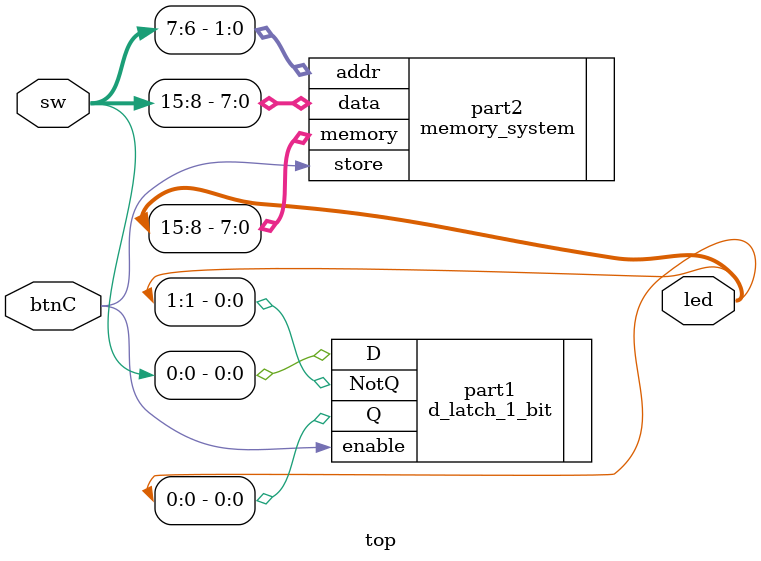
<source format=v>
module top(
    input [15:0] sw,
    input btnC,
    output [15:0] led
);

    d_latch_1_bit part1(
        .D(sw[0]),
        .Q(led[0]),
        .NotQ(led[1]),
        .enable(btnC)
    );
    
    memory_system part2(
        .data(sw[15:8]),
        .addr(sw[7:6]),
        .store(btnC),
        .memory(led[15:8])
    );

endmodule
</source>
